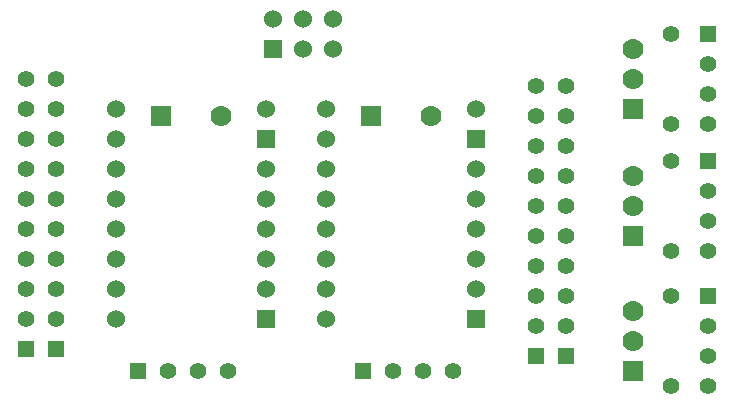
<source format=gts>
G04 (created by PCBNEW (2012-nov-02)-testing) date Mon 24 Dec 2012 03:27:36 AM MST*
%MOIN*%
G04 Gerber Fmt 3.4, Leading zero omitted, Abs format*
%FSLAX34Y34*%
G01*
G70*
G90*
G04 APERTURE LIST*
%ADD10C,0.006*%
%ADD11R,0.055X0.055*%
%ADD12C,0.055*%
%ADD13R,0.06X0.06*%
%ADD14C,0.06*%
%ADD15R,0.07X0.07*%
%ADD16C,0.07*%
G04 APERTURE END LIST*
G54D10*
G54D11*
X99150Y-10200D03*
G54D12*
X99150Y-11200D03*
X99150Y-12200D03*
X99150Y-13200D03*
G54D11*
X99150Y-14450D03*
G54D12*
X99150Y-15450D03*
X99150Y-16450D03*
X99150Y-17450D03*
G54D11*
X87650Y-21450D03*
G54D12*
X88650Y-21450D03*
X89650Y-21450D03*
X90650Y-21450D03*
G54D11*
X80150Y-21450D03*
G54D12*
X81150Y-21450D03*
X82150Y-21450D03*
X83150Y-21450D03*
G54D11*
X99150Y-18950D03*
G54D12*
X99150Y-19950D03*
X99150Y-20950D03*
X99150Y-21950D03*
G54D11*
X76400Y-20700D03*
G54D12*
X76400Y-19700D03*
X76400Y-18700D03*
X76400Y-17700D03*
X76400Y-16700D03*
X76400Y-15700D03*
X76400Y-14700D03*
X76400Y-13700D03*
X76400Y-12700D03*
X76400Y-11700D03*
G54D11*
X93400Y-20950D03*
G54D12*
X93400Y-19950D03*
X93400Y-18950D03*
X93400Y-17950D03*
X93400Y-16950D03*
X93400Y-15950D03*
X93400Y-14950D03*
X93400Y-13950D03*
X93400Y-12950D03*
X93400Y-11950D03*
G54D11*
X77400Y-20700D03*
G54D12*
X77400Y-19700D03*
X77400Y-18700D03*
X77400Y-17700D03*
X77400Y-16700D03*
X77400Y-15700D03*
X77400Y-14700D03*
X77400Y-13700D03*
X77400Y-12700D03*
X77400Y-11700D03*
G54D11*
X94400Y-20950D03*
G54D12*
X94400Y-19950D03*
X94400Y-18950D03*
X94400Y-17950D03*
X94400Y-16950D03*
X94400Y-15950D03*
X94400Y-14950D03*
X94400Y-13950D03*
X94400Y-12950D03*
X94400Y-11950D03*
X97900Y-18950D03*
X97900Y-21950D03*
X97900Y-14450D03*
X97900Y-17450D03*
X97900Y-10200D03*
X97900Y-13200D03*
G54D13*
X84650Y-10700D03*
G54D14*
X84650Y-9700D03*
X85650Y-10700D03*
X85650Y-9700D03*
X86650Y-10700D03*
X86650Y-9700D03*
G54D15*
X80900Y-12950D03*
G54D16*
X82900Y-12950D03*
G54D15*
X87900Y-12950D03*
G54D16*
X89900Y-12950D03*
G54D13*
X91400Y-19700D03*
G54D14*
X91400Y-18700D03*
X91400Y-17700D03*
X91400Y-16700D03*
X91400Y-15700D03*
X91400Y-14700D03*
G54D13*
X91400Y-13700D03*
G54D14*
X91400Y-12700D03*
X86400Y-12700D03*
X86400Y-13700D03*
X86400Y-14700D03*
X86400Y-15700D03*
X86400Y-16700D03*
X86400Y-17700D03*
X86400Y-18700D03*
X86400Y-19700D03*
G54D13*
X84400Y-19700D03*
G54D14*
X84400Y-18700D03*
X84400Y-17700D03*
X84400Y-16700D03*
X84400Y-15700D03*
X84400Y-14700D03*
G54D13*
X84400Y-13700D03*
G54D14*
X84400Y-12700D03*
X79400Y-12700D03*
X79400Y-13700D03*
X79400Y-14700D03*
X79400Y-15700D03*
X79400Y-16700D03*
X79400Y-17700D03*
X79400Y-18700D03*
X79400Y-19700D03*
G54D16*
X96650Y-19450D03*
X96650Y-20450D03*
G54D15*
X96650Y-21450D03*
G54D16*
X96650Y-14950D03*
X96650Y-15950D03*
G54D15*
X96650Y-16950D03*
G54D16*
X96650Y-10700D03*
X96650Y-11700D03*
G54D15*
X96650Y-12700D03*
M02*

</source>
